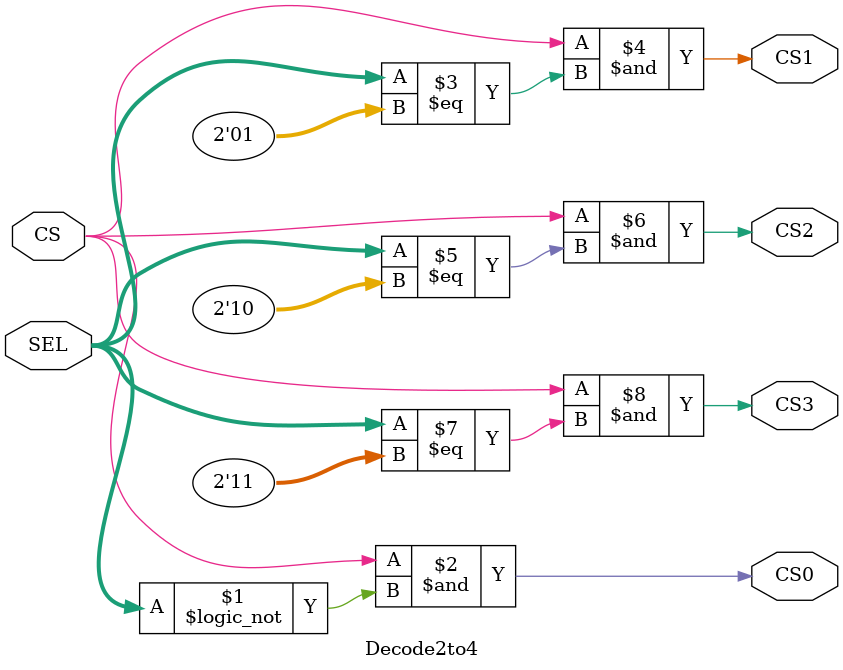
<source format=v>

module Decode2to4(
    input CS,
    input [1:0] SEL,

    output CS0,
    output CS1,
    output CS2,
    output CS3
    );

    assign CS0 = CS & (SEL == 3'd0);
    assign CS1 = CS & (SEL == 3'd1);
    assign CS2 = CS & (SEL == 3'd2);
    assign CS3 = CS & (SEL == 3'd3);

endmodule

</source>
